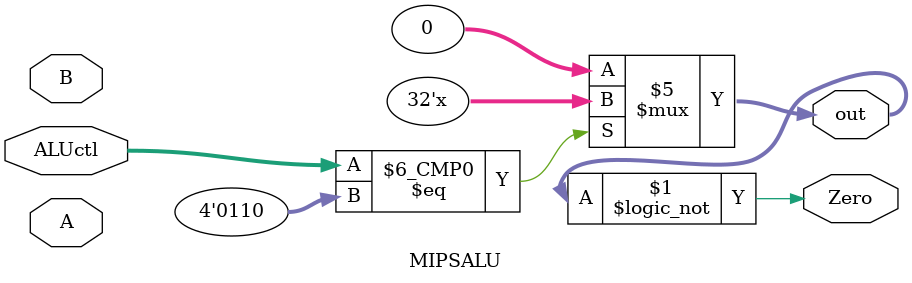
<source format=v>

module MIPSALU (ALUctl, A, B, out, Zero);
	input [3:0] ALUctl;		// ALU control signals
	input [31:0] A, B;		// ALU input values (operands)
	output [31:0] out;		// result of ALU operation
	reg [31:0] out;	
	output Zero;			// ZERO flag

		// ZERO flag set if ALU result is 0

	assign Zero = (out==0);

		// do if any change in ALUctl, A, B

	always @(ALUctl or A or B)
	begin
	   case (ALUctl)
		6:  ALUOut <= A - B;		// SUB
		default:  out<= 0;
	   endcase
	end
endmodule

</source>
